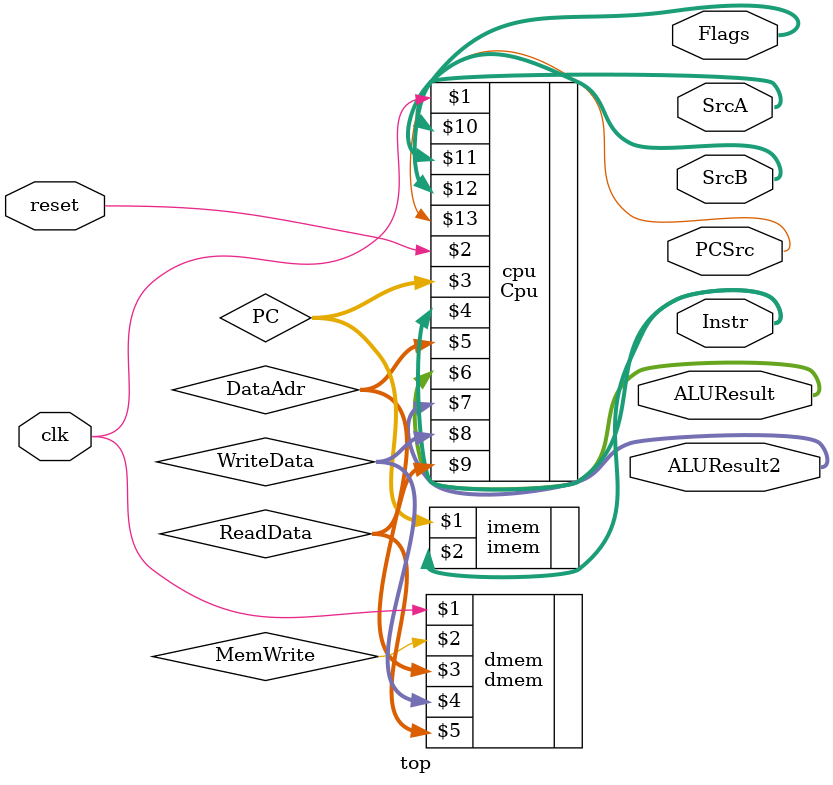
<source format=v>
`timescale 1ns / 1ps

module top(
	 input clk , reset,
	 output [15:0] Instr,
	 output [3:0] Flags,
	 output [7:0] ALUResult,
	 output [7:0] ALUResult2,
	 output [7:0] SrcA, 
	 output [7:0] SrcB,
	 output PCSrc
	 ); 

	wire [7:0] ReadData;
	wire [7:0] PC; 
	wire [7:0] WriteData , DataAdr;

	//ReadData = Data from memory
	//WriteData = Data from second port of register file
	//Control = ALUControl
	//Flags = ALUFlags

	Cpu cpu(clk, reset, PC, Instr, DataAdr, ALUResult, ALUResult2, WriteData, ReadData, Flags, SrcA, SrcB, PCSrc); 
	imem imem(PC, Instr);
	dmem dmem(clk, MemWrite, DataAdr, WriteData, ReadData);

endmodule

</source>
